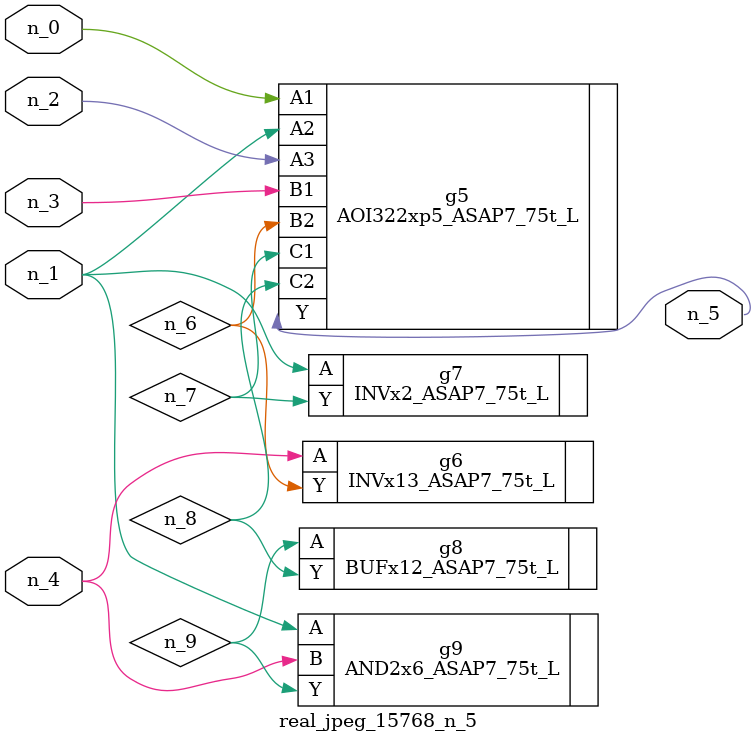
<source format=v>
module real_jpeg_15768_n_5 (n_4, n_0, n_1, n_2, n_3, n_5);

input n_4;
input n_0;
input n_1;
input n_2;
input n_3;

output n_5;

wire n_8;
wire n_6;
wire n_7;
wire n_9;

AOI322xp5_ASAP7_75t_L g5 ( 
.A1(n_0),
.A2(n_1),
.A3(n_2),
.B1(n_3),
.B2(n_6),
.C1(n_7),
.C2(n_8),
.Y(n_5)
);

INVx2_ASAP7_75t_L g7 ( 
.A(n_1),
.Y(n_7)
);

AND2x6_ASAP7_75t_L g9 ( 
.A(n_1),
.B(n_4),
.Y(n_9)
);

INVx13_ASAP7_75t_L g6 ( 
.A(n_4),
.Y(n_6)
);

BUFx12_ASAP7_75t_L g8 ( 
.A(n_9),
.Y(n_8)
);


endmodule
</source>
